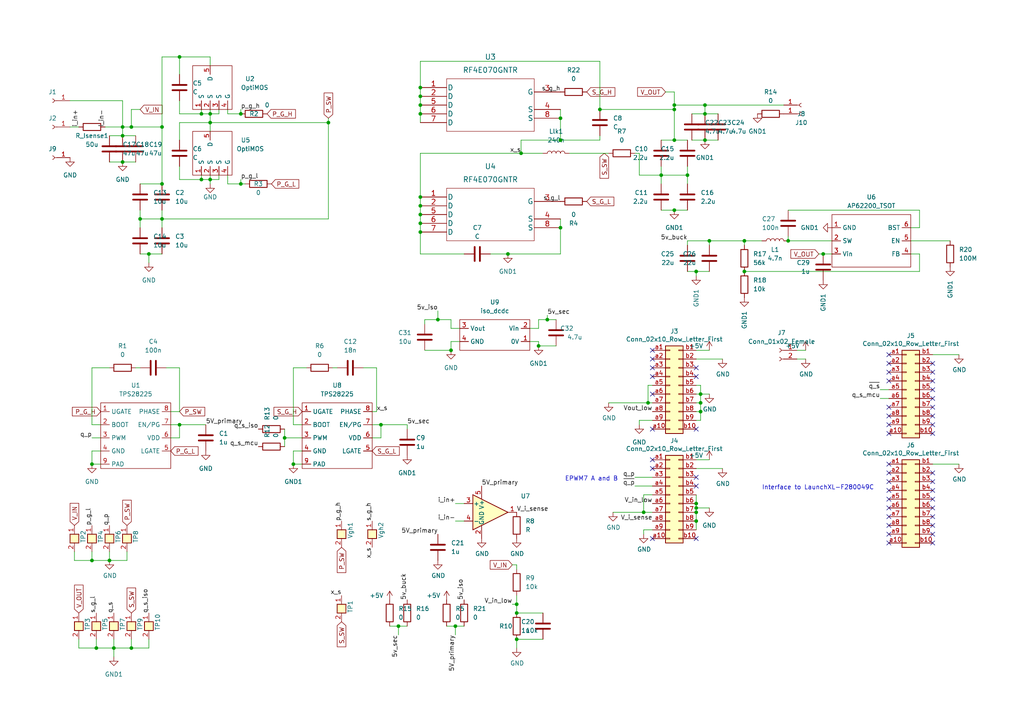
<source format=kicad_sch>
(kicad_sch (version 20211123) (generator eeschema)
  (paper "A4")
  (junction (at 121.92 62.23))
  (junction (at 35.56 36.83))
  (junction (at 95.25 35.56))
  (junction (at 35.56 46.99))
  (junction (at 158.75 92.71))
  (junction (at 121.92 25.4))
  (junction (at 38.1 36.83))
  (junction (at 149.86 175.26))
  (junction (at 201.93 148.59))
  (junction (at 201.93 78.74))
  (junction (at 52.07 123.19))
  (junction (at 121.92 27.94))
  (junction (at 60.96 33.02))
  (junction (at 60.96 52.07))
  (junction (at 199.39 50.8))
  (junction (at 130.81 101.6))
  (junction (at 205.74 69.85))
  (junction (at 121.92 67.31))
  (junction (at 121.92 57.15))
  (junction (at 58.42 33.02))
  (junction (at 43.18 73.66))
  (junction (at 38.1 187.96))
  (junction (at 121.92 64.77))
  (junction (at 201.93 146.05))
  (junction (at 46.99 53.34))
  (junction (at 33.02 187.96))
  (junction (at 132.08 181.61))
  (junction (at 195.58 60.96))
  (junction (at 121.92 59.69))
  (junction (at 127 92.71))
  (junction (at 40.64 63.5))
  (junction (at 35.56 39.37))
  (junction (at 121.92 33.02))
  (junction (at 215.9 69.85))
  (junction (at 162.56 34.29))
  (junction (at 58.42 52.07))
  (junction (at 204.47 30.48))
  (junction (at 69.85 33.02))
  (junction (at 151.13 44.45))
  (junction (at 27.94 187.96))
  (junction (at 149.86 177.8))
  (junction (at 215.9 78.74))
  (junction (at 201.93 151.13))
  (junction (at 26.67 162.56))
  (junction (at 195.58 31.75))
  (junction (at 203.2 116.84))
  (junction (at 85.09 134.62))
  (junction (at 82.55 127))
  (junction (at 162.56 40.64))
  (junction (at 52.07 16.51))
  (junction (at 147.32 73.66))
  (junction (at 195.58 40.64))
  (junction (at 60.96 35.56))
  (junction (at 149.86 185.42))
  (junction (at 115.57 181.61))
  (junction (at 204.47 40.64))
  (junction (at 187.96 116.84))
  (junction (at 121.92 30.48))
  (junction (at 203.2 114.3))
  (junction (at 173.99 31.75))
  (junction (at 238.76 73.66))
  (junction (at 191.77 50.8))
  (junction (at 186.69 148.59))
  (junction (at 110.49 123.19))
  (junction (at 31.75 162.56))
  (junction (at 156.21 100.33))
  (junction (at 162.56 66.04))
  (junction (at 204.47 33.02))
  (junction (at 26.67 134.62))
  (junction (at 46.99 63.5))
  (junction (at 46.99 36.83))
  (junction (at 228.6 69.85))
  (junction (at 69.85 53.34))
  (junction (at 195.58 30.48))
  (junction (at 201.93 147.32))
  (junction (at 203.2 119.38))
  (no_connect (at 257.81 134.62))
  (no_connect (at 270.51 149.86))
  (no_connect (at 189.23 156.21))
  (no_connect (at 257.81 149.86))
  (no_connect (at 270.51 152.4))
  (no_connect (at 270.51 107.95))
  (no_connect (at 270.51 120.65))
  (no_connect (at 257.81 139.7))
  (no_connect (at 201.93 138.43))
  (no_connect (at 270.51 118.11))
  (no_connect (at 257.81 157.48))
  (no_connect (at 189.23 114.3))
  (no_connect (at 270.51 142.24))
  (no_connect (at 270.51 110.49))
  (no_connect (at 270.51 125.73))
  (no_connect (at 189.23 135.89))
  (no_connect (at 270.51 144.78))
  (no_connect (at 189.23 106.68))
  (no_connect (at 257.81 147.32))
  (no_connect (at 257.81 110.49))
  (no_connect (at 270.51 123.19))
  (no_connect (at 257.81 154.94))
  (no_connect (at 270.51 154.94))
  (no_connect (at 270.51 113.03))
  (no_connect (at 257.81 152.4))
  (no_connect (at 189.23 133.35))
  (no_connect (at 189.23 109.22))
  (no_connect (at 201.93 109.22))
  (no_connect (at 201.93 156.21))
  (no_connect (at 257.81 125.73))
  (no_connect (at 257.81 107.95))
  (no_connect (at 201.93 140.97))
  (no_connect (at 257.81 118.11))
  (no_connect (at 270.51 147.32))
  (no_connect (at 270.51 105.41))
  (no_connect (at 270.51 137.16))
  (no_connect (at 189.23 104.14))
  (no_connect (at 257.81 144.78))
  (no_connect (at 189.23 124.46))
  (no_connect (at 257.81 123.19))
  (no_connect (at 257.81 120.65))
  (no_connect (at 270.51 139.7))
  (no_connect (at 270.51 115.57))
  (no_connect (at 257.81 142.24))
  (no_connect (at 201.93 124.46))
  (no_connect (at 257.81 105.41))
  (no_connect (at 189.23 101.6))
  (no_connect (at 270.51 157.48))
  (no_connect (at 201.93 106.68))
  (no_connect (at 257.81 102.87))
  (no_connect (at 257.81 137.16))
  (wire (pts (xy 87.63 123.19) (xy 85.09 123.19)))
  (wire (pts (xy 270.51 134.62) (xy 278.13 134.62)))
  (wire (pts (xy 38.1 36.83) (xy 46.99 36.83)))
  (wire (pts (xy 40.64 31.75) (xy 38.1 31.75)))
  (wire (pts (xy 31.75 39.37) (xy 35.56 39.37)))
  (wire (pts (xy 46.99 63.5) (xy 46.99 66.04)))
  (wire (pts (xy 215.9 78.74) (xy 266.7 78.74)))
  (wire (pts (xy 26.67 106.68) (xy 26.67 123.19)))
  (wire (pts (xy 38.1 31.75) (xy 38.1 36.83)))
  (wire (pts (xy 158.75 91.44) (xy 158.75 92.71)))
  (wire (pts (xy 177.8 148.59) (xy 186.69 148.59)))
  (wire (pts (xy 121.92 33.02) (xy 121.92 35.56)))
  (wire (pts (xy 29.21 130.81) (xy 26.67 130.81)))
  (wire (pts (xy 132.08 181.61) (xy 134.62 181.61)))
  (wire (pts (xy 264.16 69.85) (xy 275.59 69.85)))
  (wire (pts (xy 132.08 146.05) (xy 134.62 146.05)))
  (wire (pts (xy 185.42 121.92) (xy 189.23 121.92)))
  (wire (pts (xy 187.96 111.76) (xy 187.96 116.84)))
  (wire (pts (xy 60.96 52.07) (xy 63.5 52.07)))
  (wire (pts (xy 26.67 134.62) (xy 29.21 134.62)))
  (wire (pts (xy 69.85 33.02) (xy 66.04 33.02)))
  (wire (pts (xy 184.15 138.43) (xy 189.23 138.43)))
  (wire (pts (xy 205.74 69.85) (xy 205.74 71.12)))
  (wire (pts (xy 66.04 53.34) (xy 69.85 53.34)))
  (wire (pts (xy 49.53 119.38) (xy 52.07 119.38)))
  (wire (pts (xy 52.07 123.19) (xy 52.07 127)))
  (wire (pts (xy 58.42 50.8) (xy 58.42 52.07)))
  (wire (pts (xy 40.64 60.96) (xy 40.64 63.5)))
  (wire (pts (xy 149.86 185.42) (xy 149.86 187.96)))
  (wire (pts (xy 204.47 33.02) (xy 208.28 33.02)))
  (wire (pts (xy 52.07 29.21) (xy 52.07 33.02)))
  (wire (pts (xy 82.55 127) (xy 87.63 127)))
  (wire (pts (xy 36.83 160.02) (xy 36.83 162.56)))
  (wire (pts (xy 46.99 16.51) (xy 46.99 36.83)))
  (wire (pts (xy 199.39 69.85) (xy 199.39 71.12)))
  (wire (pts (xy 195.58 26.67) (xy 195.58 30.48)))
  (wire (pts (xy 121.92 64.77) (xy 121.92 67.31)))
  (wire (pts (xy 52.07 33.02) (xy 58.42 33.02)))
  (wire (pts (xy 148.59 163.83) (xy 149.86 163.83)))
  (wire (pts (xy 60.96 16.51) (xy 60.96 19.05)))
  (wire (pts (xy 52.07 123.19) (xy 59.69 123.19)))
  (wire (pts (xy 241.3 69.85) (xy 228.6 69.85)))
  (wire (pts (xy 22.86 187.96) (xy 27.94 187.96)))
  (wire (pts (xy 191.77 60.96) (xy 195.58 60.96)))
  (wire (pts (xy 158.75 92.71) (xy 156.21 92.71)))
  (wire (pts (xy 191.77 50.8) (xy 191.77 53.34)))
  (wire (pts (xy 134.62 73.66) (xy 121.92 73.66)))
  (wire (pts (xy 52.07 106.68) (xy 52.07 119.38)))
  (wire (pts (xy 191.77 50.8) (xy 199.39 50.8)))
  (wire (pts (xy 153.67 99.06) (xy 156.21 99.06)))
  (wire (pts (xy 40.64 53.34) (xy 46.99 53.34)))
  (wire (pts (xy 26.67 127) (xy 29.21 127)))
  (wire (pts (xy 189.23 111.76) (xy 187.96 111.76)))
  (wire (pts (xy 82.55 127) (xy 82.55 129.54)))
  (wire (pts (xy 87.63 130.81) (xy 85.09 130.81)))
  (wire (pts (xy 156.21 100.33) (xy 156.21 99.06)))
  (wire (pts (xy 85.09 130.81) (xy 85.09 134.62)))
  (wire (pts (xy 40.64 73.66) (xy 43.18 73.66)))
  (wire (pts (xy 107.95 123.19) (xy 110.49 123.19)))
  (wire (pts (xy 66.04 50.8) (xy 66.04 53.34)))
  (wire (pts (xy 20.32 36.83) (xy 22.86 36.83)))
  (wire (pts (xy 46.99 36.83) (xy 46.99 53.34)))
  (wire (pts (xy 201.93 104.14) (xy 209.55 104.14)))
  (wire (pts (xy 151.13 40.64) (xy 162.56 40.64)))
  (wire (pts (xy 30.48 36.83) (xy 35.56 36.83)))
  (wire (pts (xy 121.92 44.45) (xy 121.92 57.15)))
  (wire (pts (xy 195.58 30.48) (xy 195.58 31.75)))
  (wire (pts (xy 173.99 17.78) (xy 173.99 31.75)))
  (wire (pts (xy 231.14 101.6) (xy 233.68 101.6)))
  (wire (pts (xy 20.32 29.21) (xy 35.56 29.21)))
  (wire (pts (xy 33.02 185.42) (xy 33.02 187.96)))
  (wire (pts (xy 31.75 106.68) (xy 26.67 106.68)))
  (wire (pts (xy 173.99 39.37) (xy 173.99 40.64)))
  (wire (pts (xy 186.69 148.59) (xy 189.23 148.59)))
  (wire (pts (xy 237.49 73.66) (xy 238.76 73.66)))
  (wire (pts (xy 162.56 31.75) (xy 162.56 34.29)))
  (wire (pts (xy 255.27 113.03) (xy 257.81 113.03)))
  (wire (pts (xy 173.99 31.75) (xy 195.58 31.75)))
  (wire (pts (xy 46.99 63.5) (xy 95.25 63.5)))
  (wire (pts (xy 199.39 48.26) (xy 199.39 50.8)))
  (wire (pts (xy 118.11 123.19) (xy 118.11 124.46)))
  (wire (pts (xy 130.81 99.06) (xy 130.81 101.6)))
  (wire (pts (xy 85.09 134.62) (xy 87.63 134.62)))
  (wire (pts (xy 201.93 148.59) (xy 201.93 151.13)))
  (wire (pts (xy 26.67 160.02) (xy 26.67 162.56)))
  (wire (pts (xy 203.2 116.84) (xy 203.2 114.3)))
  (wire (pts (xy 69.85 31.75) (xy 69.85 33.02)))
  (wire (pts (xy 121.92 62.23) (xy 121.92 64.77)))
  (wire (pts (xy 189.23 143.51) (xy 186.69 143.51)))
  (wire (pts (xy 203.2 111.76) (xy 203.2 114.3)))
  (wire (pts (xy 205.74 133.35) (xy 201.93 133.35)))
  (wire (pts (xy 149.86 175.26) (xy 149.86 177.8)))
  (wire (pts (xy 203.2 114.3) (xy 205.74 114.3)))
  (wire (pts (xy 185.42 123.19) (xy 185.42 121.92)))
  (wire (pts (xy 201.93 114.3) (xy 203.2 114.3)))
  (wire (pts (xy 60.96 35.56) (xy 95.25 35.56)))
  (wire (pts (xy 130.81 95.25) (xy 133.35 95.25)))
  (wire (pts (xy 69.85 53.34) (xy 69.85 52.07)))
  (wire (pts (xy 266.7 73.66) (xy 264.16 73.66)))
  (wire (pts (xy 193.04 26.67) (xy 195.58 26.67)))
  (wire (pts (xy 195.58 60.96) (xy 199.39 60.96)))
  (wire (pts (xy 215.9 69.85) (xy 215.9 71.12)))
  (wire (pts (xy 184.15 140.97) (xy 189.23 140.97)))
  (wire (pts (xy 52.07 35.56) (xy 60.96 35.56)))
  (wire (pts (xy 121.92 30.48) (xy 121.92 33.02)))
  (wire (pts (xy 69.85 53.34) (xy 71.12 53.34)))
  (wire (pts (xy 201.93 111.76) (xy 203.2 111.76)))
  (wire (pts (xy 132.08 184.15) (xy 132.08 181.61)))
  (wire (pts (xy 153.67 95.25) (xy 156.21 95.25)))
  (wire (pts (xy 109.22 106.68) (xy 109.22 119.38)))
  (wire (pts (xy 110.49 127) (xy 110.49 123.19)))
  (wire (pts (xy 35.56 29.21) (xy 35.56 36.83)))
  (wire (pts (xy 191.77 50.8) (xy 191.77 48.26)))
  (wire (pts (xy 95.25 35.56) (xy 95.25 63.5)))
  (wire (pts (xy 35.56 36.83) (xy 38.1 36.83)))
  (wire (pts (xy 33.02 187.96) (xy 33.02 190.5)))
  (wire (pts (xy 201.93 116.84) (xy 203.2 116.84)))
  (wire (pts (xy 52.07 52.07) (xy 58.42 52.07)))
  (wire (pts (xy 46.99 16.51) (xy 52.07 16.51)))
  (wire (pts (xy 201.93 147.32) (xy 201.93 148.59)))
  (wire (pts (xy 151.13 40.64) (xy 151.13 44.45)))
  (wire (pts (xy 130.81 95.25) (xy 130.81 92.71)))
  (wire (pts (xy 195.58 31.75) (xy 195.58 40.64)))
  (wire (pts (xy 121.92 59.69) (xy 121.92 62.23)))
  (wire (pts (xy 165.1 44.45) (xy 176.53 44.45)))
  (wire (pts (xy 151.13 44.45) (xy 157.48 44.45)))
  (wire (pts (xy 33.02 187.96) (xy 38.1 187.96)))
  (wire (pts (xy 21.59 162.56) (xy 26.67 162.56)))
  (wire (pts (xy 201.93 78.74) (xy 205.74 78.74)))
  (wire (pts (xy 162.56 73.66) (xy 162.56 66.04)))
  (wire (pts (xy 95.25 34.29) (xy 95.25 35.56)))
  (wire (pts (xy 31.75 160.02) (xy 31.75 162.56)))
  (wire (pts (xy 162.56 34.29) (xy 162.56 40.64)))
  (wire (pts (xy 201.93 143.51) (xy 201.93 146.05)))
  (wire (pts (xy 35.56 36.83) (xy 35.56 39.37)))
  (wire (pts (xy 121.92 25.4) (xy 121.92 27.94)))
  (wire (pts (xy 38.1 185.42) (xy 38.1 187.96)))
  (wire (pts (xy 40.64 63.5) (xy 40.64 66.04)))
  (wire (pts (xy 63.5 31.75) (xy 63.5 33.02)))
  (wire (pts (xy 85.09 106.68) (xy 85.09 123.19)))
  (wire (pts (xy 186.69 153.67) (xy 186.69 154.94)))
  (wire (pts (xy 27.94 185.42) (xy 27.94 187.96)))
  (wire (pts (xy 31.75 162.56) (xy 36.83 162.56)))
  (wire (pts (xy 195.58 40.64) (xy 199.39 40.64)))
  (wire (pts (xy 157.48 185.42) (xy 149.86 185.42)))
  (wire (pts (xy 228.6 60.96) (xy 266.7 60.96)))
  (wire (pts (xy 39.37 106.68) (xy 40.64 106.68)))
  (wire (pts (xy 203.2 121.92) (xy 203.2 119.38)))
  (wire (pts (xy 266.7 60.96) (xy 266.7 66.04)))
  (wire (pts (xy 127 92.71) (xy 130.81 92.71)))
  (wire (pts (xy 121.92 57.15) (xy 121.92 59.69)))
  (wire (pts (xy 60.96 50.8) (xy 60.96 52.07)))
  (wire (pts (xy 195.58 30.48) (xy 204.47 30.48)))
  (wire (pts (xy 205.74 69.85) (xy 199.39 69.85)))
  (wire (pts (xy 31.75 46.99) (xy 35.56 46.99)))
  (wire (pts (xy 205.74 147.32) (xy 201.93 147.32)))
  (wire (pts (xy 201.93 135.89) (xy 209.55 135.89)))
  (wire (pts (xy 58.42 31.75) (xy 58.42 33.02)))
  (wire (pts (xy 187.96 116.84) (xy 189.23 116.84)))
  (wire (pts (xy 151.13 44.45) (xy 121.92 44.45)))
  (wire (pts (xy 266.7 78.74) (xy 266.7 73.66)))
  (wire (pts (xy 113.03 181.61) (xy 115.57 181.61)))
  (wire (pts (xy 27.94 187.96) (xy 33.02 187.96)))
  (wire (pts (xy 58.42 52.07) (xy 60.96 52.07)))
  (wire (pts (xy 201.93 78.74) (xy 199.39 78.74)))
  (wire (pts (xy 149.86 177.8) (xy 157.48 177.8)))
  (wire (pts (xy 43.18 185.42) (xy 43.18 187.96)))
  (wire (pts (xy 60.96 33.02) (xy 60.96 35.56)))
  (wire (pts (xy 46.99 63.5) (xy 46.99 60.96)))
  (wire (pts (xy 26.67 162.56) (xy 31.75 162.56)))
  (wire (pts (xy 82.55 124.46) (xy 82.55 127)))
  (wire (pts (xy 60.96 31.75) (xy 60.96 33.02)))
  (wire (pts (xy 52.07 35.56) (xy 52.07 40.64)))
  (wire (pts (xy 21.59 160.02) (xy 21.59 162.56)))
  (wire (pts (xy 199.39 53.34) (xy 199.39 50.8)))
  (wire (pts (xy 35.56 39.37) (xy 39.37 39.37)))
  (wire (pts (xy 238.76 73.66) (xy 241.3 73.66)))
  (wire (pts (xy 38.1 187.96) (xy 43.18 187.96)))
  (wire (pts (xy 186.69 143.51) (xy 186.69 148.59)))
  (wire (pts (xy 60.96 52.07) (xy 60.96 53.34)))
  (wire (pts (xy 121.92 27.94) (xy 121.92 30.48)))
  (wire (pts (xy 149.86 172.72) (xy 149.86 175.26)))
  (wire (pts (xy 142.24 73.66) (xy 147.32 73.66)))
  (wire (pts (xy 40.64 63.5) (xy 46.99 63.5)))
  (wire (pts (xy 201.93 151.13) (xy 201.93 153.67)))
  (wire (pts (xy 184.15 44.45) (xy 185.42 44.45)))
  (wire (pts (xy 231.14 104.14) (xy 233.68 104.14)))
  (wire (pts (xy 266.7 66.04) (xy 264.16 66.04)))
  (wire (pts (xy 203.2 119.38) (xy 203.2 116.84)))
  (wire (pts (xy 201.93 101.6) (xy 205.74 101.6)))
  (wire (pts (xy 123.19 101.6) (xy 130.81 101.6)))
  (wire (pts (xy 121.92 25.4) (xy 121.92 17.78)))
  (wire (pts (xy 270.51 102.87) (xy 278.13 102.87)))
  (wire (pts (xy 22.86 185.42) (xy 22.86 187.96)))
  (wire (pts (xy 161.29 92.71) (xy 158.75 92.71)))
  (wire (pts (xy 228.6 69.85) (xy 228.6 68.58)))
  (wire (pts (xy 147.32 73.66) (xy 162.56 73.66)))
  (wire (pts (xy 49.53 123.19) (xy 52.07 123.19)))
  (wire (pts (xy 63.5 50.8) (xy 63.5 52.07)))
  (wire (pts (xy 110.49 123.19) (xy 118.11 123.19)))
  (wire (pts (xy 132.08 151.13) (xy 134.62 151.13)))
  (wire (pts (xy 35.56 46.99) (xy 39.37 46.99)))
  (wire (pts (xy 185.42 50.8) (xy 185.42 44.45)))
  (wire (pts (xy 49.53 127) (xy 52.07 127)))
  (wire (pts (xy 191.77 40.64) (xy 195.58 40.64)))
  (wire (pts (xy 107.95 119.38) (xy 109.22 119.38)))
  (wire (pts (xy 43.18 73.66) (xy 43.18 76.2)))
  (wire (pts (xy 115.57 184.15) (xy 115.57 181.61)))
  (wire (pts (xy 52.07 16.51) (xy 60.96 16.51)))
  (wire (pts (xy 88.9 106.68) (xy 85.09 106.68)))
  (wire (pts (xy 48.26 106.68) (xy 52.07 106.68)))
  (wire (pts (xy 26.67 123.19) (xy 29.21 123.19)))
  (wire (pts (xy 105.41 106.68) (xy 109.22 106.68)))
  (wire (pts (xy 127 92.71) (xy 123.19 92.71)))
  (wire (pts (xy 220.98 69.85) (xy 215.9 69.85)))
  (wire (pts (xy 26.67 130.81) (xy 26.67 134.62)))
  (wire (pts (xy 204.47 30.48) (xy 204.47 33.02)))
  (wire (pts (xy 156.21 100.33) (xy 161.29 100.33)))
  (wire (pts (xy 148.59 175.26) (xy 149.86 175.26)))
  (wire (pts (xy 204.47 30.48) (xy 227.33 30.48)))
  (wire (pts (xy 121.92 67.31) (xy 121.92 73.66)))
  (wire (pts (xy 189.23 153.67) (xy 186.69 153.67)))
  (wire (pts (xy 58.42 33.02) (xy 60.96 33.02)))
  (wire (pts (xy 200.66 33.02) (xy 204.47 33.02)))
  (wire (pts (xy 60.96 33.02) (xy 63.5 33.02)))
  (wire (pts (xy 201.93 146.05) (xy 201.93 147.32)))
  (wire (pts (xy 255.27 115.57) (xy 257.81 115.57)))
  (wire (pts (xy 96.52 106.68) (xy 97.79 106.68)))
  (wire (pts (xy 130.81 99.06) (xy 133.35 99.06)))
  (wire (pts (xy 43.18 73.66) (xy 46.99 73.66)))
  (wire (pts (xy 162.56 40.64) (xy 173.99 40.64)))
  (wire (pts (xy 123.19 92.71) (xy 123.19 93.98)))
  (wire (pts (xy 201.93 121.92) (xy 203.2 121.92)))
  (wire (pts (xy 129.54 181.61) (xy 132.08 181.61)))
  (wire (pts (xy 149.86 163.83) (xy 149.86 165.1)))
  (wire (pts (xy 162.56 63.5) (xy 162.56 66.04)))
  (wire (pts (xy 66.04 33.02) (xy 66.04 31.75)))
  (wire (pts (xy 176.53 116.84) (xy 187.96 116.84)))
  (wire (pts (xy 201.93 80.01) (xy 201.93 78.74)))
  (wire (pts (xy 200.66 40.64) (xy 204.47 40.64)))
  (wire (pts (xy 107.95 127) (xy 110.49 127)))
  (wire (pts (xy 215.9 69.85) (xy 205.74 69.85)))
  (wire (pts (xy 115.57 181.61) (xy 118.11 181.61)))
  (wire (pts (xy 121.92 17.78) (xy 173.99 17.78)))
  (wire (pts (xy 201.93 119.38) (xy 203.2 119.38)))
  (wire (pts (xy 52.07 48.26) (xy 52.07 52.07)))
  (wire (pts (xy 52.07 16.51) (xy 52.07 21.59)))
  (wire (pts (xy 191.77 50.8) (xy 185.42 50.8)))
  (wire (pts (xy 156.21 92.71) (xy 156.21 95.25)))
  (wire (pts (xy 127 90.17) (xy 127 92.71)))
  (wire (pts (xy 60.96 35.56) (xy 60.96 38.1)))
  (wire (pts (xy 204.47 40.64) (xy 208.28 40.64)))
  (text "Interface to LaunchXL-F280049C" (at 220.98 142.24 0) (effects (font (size 1.27 1.27)) (justify left bottom)))
  (text "EPWM7 A and B" (at 163.83 139.7 0) (effects (font (size 1.27 1.27)) (justify left bottom)))
  (text "Launch Schematic  https://www.ti.com/lit/df/sprr423/sprr423.pdf?ts=1609898037175\nDatasheet for PZ part:  https://www.ti.com/lit/ds/symlink/tms320f280049c.pdf?ts=1609900315279&ref_url=https%253A%252F%252Fwww.ti.com%252Fproduct%252FTMS320F280049C" (at 306.07 118.11 0) (effects (font (size 1.27 1.27)) (justify left bottom)))
  (text "EPWM1_A     Pin 79       GPIO0    J8_40\nEPWM1_B     Pin 78       GPIO1    J8_39\nEPWM2_A     Pin 77        GPIO2    J8_36\nEPWM2_B     Pin 76        GPIO3    J8_35\nEPWM3_A     Pin 75        GPIO4    J4_36\nEPWM3_B     Pin 89        GPIO5    J4_35\nEPWM4_A     Pin 97        GPIO6    J8_38\nEPWM4_B     Pin 84        GPIO7    J8_37\nEPWM5_A     Pin 74,54     GPIO8,16    J4_38,J2_15\nEPWM5_B     Pin 90,55     GPIO9,17    J4_37,J2_14\nEPWM6_A     Pin 93,68     GPIO10,18    J4_40,J4_32\nEPWM6_B     Pin 52           GPIO11    J4_39\nEPWM7_A     Pin 51,1     GPIO12,28    J6_11,J5_3\nEPWM7_B     Pin 50,100     GPIO13,29    J1_3,J5_4\nEPWM8_A     Pin 96,56     GPIO14,24    J8_32,J6_15\nEPWM8_B     Pin 95,64     GPIO15,32    J8_33,J8_31" (at 307.34 153.67 0) (effects (font (size 1.27 1.27)) (justify left bottom)))
  (label "V_in_low" (at 148.59 175.26 180))
  (label "V_in_low" (at 189.23 146.05 180))
  (label "s_g_h" (at 162.56 26.67 180))
  (label "q_s_iso" (at 43.18 177.8 90))
  (label "i_in-" (at 132.08 151.13 180))
  (label "5V_primary" (at 127 154.94 180))
  (label "q_p" (at 26.67 127 180))
  (label "x_s" (at 99.06 172.72 180))
  (label "q_s" (at 33.02 177.8 90))
  (label "5v_sec" (at 115.57 184.15 270))
  (label "~{q_p}" (at 184.15 140.97 180))
  (label "s_g_l" (at 27.94 177.8 90))
  (label "5v_iso" (at 134.62 173.99 90))
  (label "5V_primary" (at 59.69 123.19 0))
  (label "q_s_mcu" (at 74.93 129.54 180))
  (label "i_in-" (at 30.48 36.83 90))
  (label "5v_buck" (at 118.11 173.99 90))
  (label "i_in+" (at 132.08 146.05 180))
  (label "s_g_h" (at 107.95 151.13 90))
  (label "q_p" (at 184.15 138.43 180))
  (label "5v_iso" (at 127 90.17 180))
  (label "x_s" (at 107.95 158.75 270))
  (label "p_g_h" (at 69.85 31.75 0))
  (label "5v_sec" (at 158.75 91.44 0))
  (label "s_g_l" (at 162.56 58.42 180))
  (label "q_p" (at 31.75 152.4 90))
  (label "q_s_iso" (at 74.93 124.46 180))
  (label "Vout_low" (at 189.23 119.38 180))
  (label "5V_primary" (at 139.7 140.97 0))
  (label "x_s" (at 151.13 44.45 180))
  (label "x_s" (at 109.22 119.38 0))
  (label "q_s_mcu" (at 255.27 115.57 180))
  (label "V_i_sense" (at 149.86 148.59 0))
  (label "5v_buck" (at 199.39 69.85 180))
  (label "V_i_sense" (at 189.23 151.13 180))
  (label "5v_sec" (at 118.11 123.19 0))
  (label "5V_primary" (at 132.08 184.15 270))
  (label "p_g_l" (at 26.67 152.4 90))
  (label "p_g_h" (at 99.06 151.13 90))
  (label "i_in+" (at 22.86 36.83 90))
  (label "~{q_s}" (at 255.27 113.03 180))
  (label "p_g_l" (at 69.85 52.07 0))
  (global_label "P_SW" (shape input) (at 95.25 34.29 90) (property "Intersheet References" "${INTERSHEET_REFS}" (effects hide)))
  (global_label "V_IN" (shape input) (at 21.59 152.4 90) (property "Intersheet References" "${INTERSHEET_REFS}" (effects hide)))
  (global_label "S_SW" (shape input) (at 175.26 44.45 270) (property "Intersheet References" "${INTERSHEET_REFS}" (effects hide)))
  (global_label "S_G_L" (shape input) (at 107.95 130.81 0) (property "Intersheet References" "${INTERSHEET_REFS}" (effects hide)))
  (global_label "P_SW" (shape input) (at 99.06 158.75 270) (property "Intersheet References" "${INTERSHEET_REFS}" (effects hide)))
  (global_label "S_G_H" (shape input) (at 170.18 26.67 0) (property "Intersheet References" "${INTERSHEET_REFS}" (effects hide)))
  (global_label "S_G_H" (shape input) (at 87.63 119.38 180) (property "Intersheet References" "${INTERSHEET_REFS}" (effects hide)))
  (global_label "P_G_H" (shape input) (at 29.21 119.38 180) (property "Intersheet References" "${INTERSHEET_REFS}" (effects hide)))
  (global_label "V_IN" (shape input) (at 148.59 163.83 180) (property "Intersheet References" "${INTERSHEET_REFS}" (effects hide)))
  (global_label "V_OUT" (shape input) (at 22.86 177.8 90) (property "Intersheet References" "${INTERSHEET_REFS}" (effects hide)))
  (global_label "P_G_H" (shape input) (at 77.47 33.02 0) (property "Intersheet References" "${INTERSHEET_REFS}" (effects hide)))
  (global_label "S_SW" (shape input) (at 38.1 177.8 90) (property "Intersheet References" "${INTERSHEET_REFS}" (effects hide)))
  (global_label "P_G_L" (shape input) (at 78.74 53.34 0) (property "Intersheet References" "${INTERSHEET_REFS}" (effects hide)))
  (global_label "P_SW" (shape input) (at 52.07 119.38 0) (property "Intersheet References" "${INTERSHEET_REFS}" (effects hide)))
  (global_label "S_G_L" (shape input) (at 170.18 58.42 0) (property "Intersheet References" "${INTERSHEET_REFS}" (effects hide)))
  (global_label "P_SW" (shape input) (at 36.83 152.4 90) (property "Intersheet References" "${INTERSHEET_REFS}" (effects hide)))
  (global_label "V_OUT" (shape input) (at 237.49 73.66 180) (property "Intersheet References" "${INTERSHEET_REFS}" (effects hide)))
  (global_label "P_G_L" (shape input) (at 49.53 130.81 0) (property "Intersheet References" "${INTERSHEET_REFS}" (effects hide)))
  (global_label "S_SW" (shape input) (at 99.06 180.34 270) (property "Intersheet References" "${INTERSHEET_REFS}" (effects hide)))
  (global_label "V_OUT" (shape input) (at 193.04 26.67 180) (property "Intersheet References" "${INTERSHEET_REFS}" (effects hide)))
  (global_label "V_IN" (shape input) (at 40.64 31.75 0) (property "Intersheet References" "${INTERSHEET_REFS}" (effects hide)))
  (symbol (lib_id "Device:C") (at 199.39 44.45 0) (mirror y) (unit 1)
    (property "Reference" "C15" (at 195.58 43.1799 0) (effects (justify left)))
    (property "Value" "2.2u" (at 195.58 45.7199 0) (effects (justify left)))
    (property "Footprint" "Capacitor_SMD:C_0603_1608Metric" (effects hide))
  )
  (symbol (lib_id "Device:C") (at 205.74 74.93 0) (mirror y) (unit 1)
    (property "Reference" "C26" (at 201.93 73.6599 0) (effects (justify left)))
    (property "Value" "22u" (at 201.93 76.1999 0) (effects (justify left)))
    (property "Footprint" "Capacitor_SMD:C_0603_1608Metric" (effects hide))
  )
  (symbol (lib_id "power:GND1") (at 195.58 60.96 0) (unit 1)
    (property "Reference" "#PWR0111" (effects hide))
    (property "Value" "GND1" (at 195.58 66.04 0))
  )
  (symbol (lib_id "Connector:Conn_01x01_Female") (at 15.24 36.83 180) (unit 1)
    (property "Reference" "J2" (at 15.24 34.29 0))
    (property "Value" "Conn_01x01_Female" (effects hide))
    (property "Footprint" "DAHB Parts:deltronconnector" (effects hide))
  )
  (symbol (lib_id "power:GND") (at 209.55 135.89 0) (unit 1)
    (property "Reference" "#PWR0116" (effects hide))
    (property "Value" "GND" (at 209.677 140.2842 0))
  )
  (symbol (lib_id "power:GND") (at 186.69 154.94 0) (unit 1)
    (property "Reference" "#PWR0136" (effects hide))
    (property "Value" "GND" (at 186.817 159.3342 0))
  )
  (symbol (lib_id "Device:C") (at 59.69 127 0) (unit 1)
    (property "Reference" "C1" (at 63.5 125.7299 0) (effects (justify left)))
    (property "Value" "1u" (at 63.5 128.2699 0) (effects (justify left)))
    (property "Footprint" "Capacitor_SMD:C_0402_1005Metric" (effects hide))
  )
  (symbol (lib_id "Mike's Symbols:AP62200_TSOT") (at 252.73 71.12 0) (unit 1)
    (property "Reference" "U6" (at 252.73 57.15 0))
    (property "Value" "AP62200_TSOT" (at 252.73 59.69 0))
    (property "Footprint" "Package_TO_SOT_SMD:TSOT-23-6_HandSoldering" (effects hide))
  )
  (symbol (lib_id "Connector:Conn_01x01_Female") (at 15.24 29.21 180) (unit 1)
    (property "Reference" "J1" (at 15.24 26.67 0))
    (property "Value" "Conn_01x01_Female" (effects hide))
    (property "Footprint" "DAHB Parts:deltronconnector" (effects hide))
  )
  (symbol (lib_id "power:+5V") (at 113.03 173.99 0) (unit 1)
    (property "Reference" "#PWR0107" (effects hide))
    (property "Value" "+5V" (at 109.22 172.72 0))
  )
  (symbol (lib_id "power:GND1") (at 201.93 80.01 0) (unit 1)
    (property "Reference" "#PWR0129" (effects hide))
    (property "Value" "GND1" (at 201.93 83.82 90) (effects (justify right)))
  )
  (symbol (lib_id "phase1dab_library:TP_Header") (at 26.67 156.21 0) (unit 1)
    (property "Reference" "TP4" (at 29.21 157.48 90) (effects (justify left)))
    (property "Value" "TP_Header" (effects hide))
    (property "Footprint" "Connector_PinHeader_2.54mm:PinHeader_1x02_P2.54mm_Vertical" (effects hide))
  )
  (symbol (lib_id "Device:C") (at 52.07 25.4 180) (unit 1)
    (property "Reference" "C5" (at 55.88 24.1299 0) (effects (justify right)))
    (property "Value" "C" (at 55.88 26.6699 0) (effects (justify right)))
    (property "Footprint" "Capacitor_SMD:C_0402_1005Metric" (effects hide))
  )
  (symbol (lib_id "Device:R") (at 215.9 74.93 180) (unit 1)
    (property "Reference" "R17" (at 218.44 73.6599 0) (effects (justify right)))
    (property "Value" "56k" (at 218.44 76.1999 0) (effects (justify right)))
    (property "Footprint" "Resistor_SMD:R_0603_1608Metric" (effects hide))
  )
  (symbol (lib_id "Device:C") (at 123.19 97.79 0) (mirror y) (unit 1)
    (property "Reference" "C31" (at 119.38 96.5199 0) (effects (justify left)))
    (property "Value" "10u" (at 119.38 99.0599 0) (effects (justify left)))
    (property "Footprint" "Capacitor_SMD:C_0603_1608Metric" (effects hide))
  )
  (symbol (lib_id "Device:C") (at 199.39 57.15 0) (mirror y) (unit 1)
    (property "Reference" "C16" (at 203.2 55.8799 0) (effects (justify right)))
    (property "Value" "2.2u" (at 203.2 58.4199 0) (effects (justify right)))
    (property "Footprint" "Capacitor_SMD:C_0603_1608Metric" (effects hide))
  )
  (symbol (lib_id "power:GND1") (at 219.71 33.02 0) (unit 1)
    (property "Reference" "#PWR0101" (effects hide))
    (property "Value" "GND1" (at 219.71 38.1 0))
  )
  (symbol (lib_id "Device:C") (at 31.75 43.18 0) (unit 1)
    (property "Reference" "C17" (at 35.56 41.9099 0) (effects (justify left)))
    (property "Value" "47u" (at 35.56 44.4499 0) (effects (justify left)))
    (property "Footprint" "Capacitor_SMD:C_0805_2012Metric" (effects hide))
  )
  (symbol (lib_id "Device:C") (at 52.07 44.45 180) (unit 1)
    (property "Reference" "C6" (at 55.88 43.1799 0) (effects (justify right)))
    (property "Value" "C" (at 55.88 45.7199 0) (effects (justify right)))
    (property "Footprint" "Capacitor_SMD:C_0402_1005Metric" (effects hide))
  )
  (symbol (lib_id "power:GND1") (at 118.11 132.08 0) (unit 1)
    (property "Reference" "#PWR0106" (effects hide))
    (property "Value" "GND1" (at 118.11 137.16 0))
  )
  (symbol (lib_id "Device:C") (at 39.37 43.18 0) (unit 1)
    (property "Reference" "C19" (at 43.18 41.9099 0) (effects (justify left)))
    (property "Value" "47u" (at 43.18 44.4499 0) (effects (justify left)))
    (property "Footprint" "Capacitor_SMD:C_0805_2012Metric" (effects hide))
  )
  (symbol (lib_id "Device:R") (at 92.71 106.68 90) (unit 1)
    (property "Reference" "R6" (at 92.71 100.33 90))
    (property "Value" "0" (at 92.71 102.87 90))
    (property "Footprint" "Resistor_SMD:R_0402_1005Metric" (effects hide))
  )
  (symbol (lib_id "Device:C") (at 200.66 36.83 0) (unit 1)
    (property "Reference" "C22" (at 204.47 35.5599 0) (effects (justify left)))
    (property "Value" "4.7u" (at 204.47 38.0999 0) (effects (justify left)))
    (property "Footprint" "Capacitor_SMD:C_0805_2012Metric" (effects hide))
  )
  (symbol (lib_id "Connector_Generic:Conn_02x10_Row_Letter_First") (at 194.31 111.76 0) (unit 1)
    (property "Reference" "J3" (at 195.58 96.0882 0))
    (property "Value" "Conn_02x10_Row_Letter_First" (at 195.58 98.3996 0))
    (property "Footprint" "DAHB Parts:PinHeader_2x10_P2.54mm_Vertical_LetterNumber" (effects hide))
  )
  (symbol (lib_id "Device:C") (at 228.6 64.77 180) (unit 1)
    (property "Reference" "C27" (at 220.98 63.5 0) (effects (justify right)))
    (property "Value" "100n" (at 220.98 66.04 0) (effects (justify right)))
    (property "Footprint" "Inductor_SMD:L_0603_1608Metric" (effects hide))
  )
  (symbol (lib_id "phase1dab_library:TP_Header") (at 38.1 181.61 0) (unit 1)
    (property "Reference" "TP9" (at 40.64 182.88 90) (effects (justify left)))
    (property "Value" "TP_Header" (effects hide))
    (property "Footprint" "Connector_PinHeader_2.54mm:PinHeader_1x02_P2.54mm_Vertical" (effects hide))
  )
  (symbol (lib_id "Connector_Generic:Conn_02x10_Row_Letter_First") (at 194.31 143.51 0) (unit 1)
    (property "Reference" "J4" (at 195.58 127.8382 0))
    (property "Value" "Conn_02x10_Row_Letter_First" (at 195.58 130.1496 0))
    (property "Footprint" "DAHB Parts:PinHeader_2x10_P2.54mm_Vertical_LetterNumber" (effects hide))
  )
  (symbol (lib_id "Device:L") (at 224.79 69.85 90) (unit 1)
    (property "Reference" "L1" (at 224.79 72.39 90))
    (property "Value" "4.7n" (at 224.79 74.93 90))
    (property "Footprint" "Inductor_SMD:L_0805_2012Metric" (effects hide))
  )
  (symbol (lib_id "Device:C") (at 101.6 106.68 90) (unit 1)
    (property "Reference" "C12" (at 101.6 99.06 90))
    (property "Value" "18n" (at 101.6 101.6 90))
    (property "Footprint" "Capacitor_SMD:C_0402_1005Metric" (effects hide))
  )
  (symbol (lib_id "Device:C") (at 138.43 73.66 270) (mirror x) (unit 1)
    (property "Reference" "C7" (at 138.43 66.04 90))
    (property "Value" "C" (at 138.43 68.58 90))
    (property "Footprint" "Capacitor_SMD:C_0402_1005Metric" (effects hide))
  )
  (symbol (lib_id "Device:R") (at 35.56 106.68 90) (unit 1)
    (property "Reference" "R1" (at 35.56 100.33 90))
    (property "Value" "0" (at 35.56 102.87 90))
    (property "Footprint" "Resistor_SMD:R_0402_1005Metric" (effects hide))
  )
  (symbol (lib_id "Device:R") (at 129.54 177.8 180) (unit 1)
    (property "Reference" "R5" (at 132.08 176.5299 0) (effects (justify right)))
    (property "Value" "0" (at 132.08 179.0699 0) (effects (justify right)))
    (property "Footprint" "Resistor_SMD:R_0603_1608Metric" (effects hide))
  )
  (symbol (lib_id "power:GND") (at 278.13 134.62 0) (unit 1)
    (property "Reference" "#PWR0117" (effects hide))
    (property "Value" "GND" (at 278.257 139.0142 0))
  )
  (symbol (lib_id "Device:C") (at 173.99 35.56 0) (mirror y) (unit 1)
    (property "Reference" "C8" (at 177.8 34.2899 0) (effects (justify right)))
    (property "Value" "C" (at 177.8 36.8299 0) (effects (justify right)))
    (property "Footprint" "Capacitor_SMD:C_0402_1005Metric" (effects hide))
  )
  (symbol (lib_id "Connector_Generic:Conn_02x10_Row_Letter_First") (at 262.89 113.03 0) (unit 1)
    (property "Reference" "J5" (at 264.16 97.3582 0))
    (property "Value" "Conn_02x10_Row_Letter_First" (at 264.16 99.6696 0))
    (property "Footprint" "DAHB Parts:PinHeader_2x10_P2.54mm_Vertical_LetterNumber" (effects hide))
  )
  (symbol (lib_id "Mike's Symbols:TPS28225") (at 39.37 123.19 0) (unit 1)
    (property "Reference" "U1" (at 39.37 111.76 0))
    (property "Value" "TPS28225" (at 39.37 114.3 0))
    (property "Footprint" "Mike's Footprints:Texas_S-PVSON-N8_modified" (effects hide))
  )
  (symbol (lib_id "power:GND1") (at 147.32 73.66 0) (unit 1)
    (property "Reference" "#PWR0112" (effects hide))
    (property "Value" "GND1" (at 147.32 78.74 0))
  )
  (symbol (lib_id "phase1dab_library:TP_Header") (at 36.83 156.21 0) (unit 1)
    (property "Reference" "TP8" (at 39.37 157.48 90) (effects (justify left)))
    (property "Value" "TP_Header" (effects hide))
    (property "Footprint" "Connector_PinHeader_2.54mm:PinHeader_1x02_P2.54mm_Vertical" (effects hide))
  )
  (symbol (lib_id "Device:R") (at 215.9 82.55 180) (unit 1)
    (property "Reference" "R18" (at 218.44 81.2799 0) (effects (justify right)))
    (property "Value" "10k" (at 218.44 83.8199 0) (effects (justify right)))
    (property "Footprint" "Resistor_SMD:R_0603_1608Metric" (effects hide))
  )
  (symbol (lib_id "power:GND1") (at 156.21 100.33 0) (unit 1)
    (property "Reference" "#PWR0108" (effects hide))
    (property "Value" "GND1" (at 156.21 105.41 0))
  )
  (symbol (lib_id "Device:R") (at 149.86 168.91 180) (unit 1)
    (property "Reference" "R9" (at 152.4 167.6399 0) (effects (justify right)))
    (property "Value" "10k" (at 152.4 170.1799 0) (effects (justify right)))
    (property "Footprint" "Resistor_SMD:R_0603_1608Metric" (effects hide))
  )
  (symbol (lib_id "power:GND") (at 185.42 123.19 0) (unit 1)
    (property "Reference" "#PWR0135" (effects hide))
    (property "Value" "GND" (at 185.42 128.27 0))
  )
  (symbol (lib_id "phase1dab_library:TP_Header") (at 21.59 156.21 0) (unit 1)
    (property "Reference" "TP2" (at 24.13 157.48 90) (effects (justify left)))
    (property "Value" "TP_Header" (effects hide))
    (property "Footprint" "Connector_PinHeader_2.54mm:PinHeader_1x02_P2.54mm_Vertical" (effects hide))
  )
  (symbol (lib_id "Device:C") (at 161.29 96.52 0) (mirror y) (unit 1)
    (property "Reference" "C32" (at 166.37 95.25 0) (effects (justify left)))
    (property "Value" "4.7u" (at 168.91 97.79 0) (effects (justify left)))
    (property "Footprint" "Capacitor_SMD:C_0603_1608Metric" (effects hide))
  )
  (symbol (lib_id "power:GND") (at 149.86 156.21 0) (unit 1)
    (property "Reference" "#PWR0126" (effects hide))
    (property "Value" "GND" (at 149.987 160.6042 0))
  )
  (symbol (lib_id "Device:R") (at 180.34 44.45 90) (unit 1)
    (property "Reference" "R7" (at 180.34 38.1 90))
    (property "Value" "0" (at 180.34 40.64 90))
    (property "Footprint" "Resistor_SMD:R_0603_1608Metric" (effects hide))
  )
  (symbol (lib_id "phase1dab_library:TP_Header") (at 99.06 176.53 0) (unit 1)
    (property "Reference" "TP1" (at 101.6 177.8 90) (effects (justify left)))
    (property "Value" "TP_Header" (effects hide))
    (property "Footprint" "Connector_PinHeader_2.54mm:PinHeader_1x02_P2.54mm_Vertical" (effects hide))
  )
  (symbol (lib_id "Device:C") (at 44.45 106.68 90) (unit 1)
    (property "Reference" "C4" (at 44.45 99.06 90))
    (property "Value" "100n" (at 44.45 101.6 90))
    (property "Footprint" "Capacitor_SMD:C_0402_1005Metric" (effects hide))
  )
  (symbol (lib_id "Device:C") (at 40.64 57.15 0) (unit 1)
    (property "Reference" "C13" (at 44.45 55.8799 0) (effects (justify left)))
    (property "Value" "10u" (at 44.45 58.4199 0) (effects (justify left)))
    (property "Footprint" "Capacitor_SMD:C_0603_1608Metric" (effects hide))
  )
  (symbol (lib_id "Device:R") (at 149.86 181.61 180) (unit 1)
    (property "Reference" "R10" (at 144.78 181.61 0) (effects (justify right)))
    (property "Value" "10k" (at 152.4 182.8799 0) (effects (justify right)))
    (property "Footprint" "Resistor_SMD:R_0603_1608Metric" (effects hide))
  )
  (symbol (lib_id "power:GND1") (at 85.09 134.62 0) (unit 1)
    (property "Reference" "#PWR07" (effects hide))
    (property "Value" "GND1" (at 85.09 139.7 0))
  )
  (symbol (lib_id "power:GND1") (at 241.3 66.04 270) (unit 1)
    (property "Reference" "#PWR0132" (effects hide))
    (property "Value" "GND1" (at 237.49 66.04 90) (effects (justify right)))
  )
  (symbol (lib_id "Device:R") (at 74.93 53.34 90) (unit 1)
    (property "Reference" "R3" (at 74.93 53.34 90))
    (property "Value" "0" (at 74.93 55.88 90))
    (property "Footprint" "Resistor_SMD:R_0201_0603Metric" (effects hide))
  )
  (symbol (lib_id "Device:R") (at 149.86 152.4 0) (unit 1)
    (property "Reference" "R8" (at 152.4 151.1299 0) (effects (justify left)))
    (property "Value" "R" (at 152.4 153.6699 0) (effects (justify left)))
    (property "Footprint" "Resistor_SMD:R_0603_1608Metric" (effects hide))
  )
  (symbol (lib_id "power:GND") (at 127 162.56 0) (unit 1)
    (property "Reference" "#PWR0130" (effects hide))
    (property "Value" "GND" (at 127.127 166.9542 0))
  )
  (symbol (lib_id "Mike's Symbols:TPS28225") (at 97.79 123.19 0) (unit 1)
    (property "Reference" "U8" (at 97.79 111.76 0))
    (property "Value" "TPS28225" (at 97.79 114.3 0))
    (property "Footprint" "Mike's Footprints:Texas_S-PVSON-N8_modified" (effects hide))
  )
  (symbol (lib_id "Device:R") (at 166.37 26.67 270) (mirror x) (unit 1)
    (property "Reference" "R22" (at 166.37 20.32 90))
    (property "Value" "0" (at 166.37 22.86 90))
    (property "Footprint" "Resistor_SMD:R_0201_0603Metric" (effects hide))
  )
  (symbol (lib_id "power:GND1") (at 33.02 190.5 0) (unit 1)
    (property "Reference" "#PWR0121" (effects hide))
    (property "Value" "GND1" (at 33.02 195.58 0))
  )
  (symbol (lib_id "power:GND") (at 35.56 46.99 0) (unit 1)
    (property "Reference" "#PWR03" (effects hide))
    (property "Value" "GND" (at 35.56 52.07 0))
  )
  (symbol (lib_id "Device:C") (at 40.64 69.85 0) (unit 1)
    (property "Reference" "C14" (at 44.45 68.5799 0) (effects (justify left)))
    (property "Value" "10u" (at 44.45 71.1199 0) (effects (justify left)))
    (property "Footprint" "Capacitor_SMD:C_0603_1608Metric" (effects hide))
  )
  (symbol (lib_id "Connector:Conn_01x01_Female") (at 232.41 30.48 0) (unit 1)
    (property "Reference" "J8" (at 232.41 33.02 0))
    (property "Value" "Conn_01x01_Female" (effects hide))
    (property "Footprint" "DAHB Parts:deltronconnector" (effects hide))
  )
  (symbol (lib_id "Device:R") (at 275.59 73.66 180) (unit 1)
    (property "Reference" "R20" (at 278.13 72.3899 0) (effects (justify right)))
    (property "Value" "100M" (at 278.13 74.9299 0) (effects (justify right)))
    (property "Footprint" "Resistor_SMD:R_0603_1608Metric" (effects hide))
  )
  (symbol (lib_id "Amplifier_Current:INA138") (at 142.24 148.59 0) (unit 1)
    (property "Reference" "U7" (at 152.4 143.891 0))
    (property "Value" "INA180/139" (effects hide))
    (property "Footprint" "Package_TO_SOT_SMD:SOT-23-5" (effects hide))
    (property "Datasheet" "http://www.ti.com/lit/ds/symlink/ina138.pdf" (effects hide))
  )
  (symbol (lib_id "phase1dab_library:TP_Header") (at 31.75 156.21 0) (unit 1)
    (property "Reference" "TP6" (at 34.29 157.48 90) (effects (justify left)))
    (property "Value" "TP_Header" (effects hide))
    (property "Footprint" "Connector_PinHeader_2.54mm:PinHeader_1x02_P2.54mm_Vertical" (effects hide))
  )
  (symbol (lib_id "phase1dab_library:TP_Header") (at 22.86 181.61 0) (unit 1)
    (property "Reference" "TP3" (at 25.4 182.88 90) (effects (justify left)))
    (property "Value" "TP_Header" (effects hide))
    (property "Footprint" "Connector_PinHeader_2.54mm:PinHeader_1x02_P2.54mm_Vertical" (effects hide))
  )
  (symbol (lib_id "Device:R") (at 134.62 177.8 180) (unit 1)
    (property "Reference" "R21" (at 137.16 176.5299 0) (effects (justify right)))
    (property "Value" "0" (at 137.16 179.0699 0) (effects (justify right)))
    (property "Footprint" "Resistor_SMD:R_0603_1608Metric" (effects hide))
  )
  (symbol (lib_id "Device:C") (at 191.77 57.15 0) (mirror y) (unit 1)
    (property "Reference" "C11" (at 187.96 55.8799 0) (effects (justify left)))
    (property "Value" "2.2u" (at 187.96 58.4199 0) (effects (justify left)))
    (property "Footprint" "Capacitor_SMD:C_0603_1608Metric" (effects hide))
  )
  (symbol (lib_id "Device:R") (at 223.52 33.02 90) (unit 1)
    (property "Reference" "R14" (at 223.52 26.67 90))
    (property "Value" "0" (at 223.52 29.21 90))
    (property "Footprint" "Resistor_SMD:R_0612_1632Metric" (effects hide))
  )
  (symbol (lib_id "power:+5V") (at 205.74 133.35 0) (unit 1)
    (property "Reference" "#PWR0125" (effects hide))
    (property "Value" "+5V" (at 201.93 132.08 0))
  )
  (symbol (lib_id "Device:R") (at 73.66 33.02 270) (unit 1)
    (property "Reference" "R2" (at 73.66 33.02 90))
    (property "Value" "0" (at 77.47 30.48 90))
    (property "Footprint" "Resistor_SMD:R_0201_0603Metric" (effects hide))
  )
  (symbol (lib_id "Device:R") (at 78.74 129.54 270) (unit 1)
    (property "Reference" "R12" (at 77.4699 127 0) (effects (justify right)))
    (property "Value" "0" (at 80.0099 127 0) (effects (justify right)))
    (property "Footprint" "Resistor_SMD:R_0603_1608Metric" (effects hide))
  )
  (symbol (lib_id "phase1dab_library:TP_Header") (at 43.18 181.61 0) (unit 1)
    (property "Reference" "TP10" (at 45.72 182.88 90) (effects (justify left)))
    (property "Value" "TP_Header" (effects hide))
    (property "Footprint" "Connector_PinHeader_2.54mm:PinHeader_1x02_P2.54mm_Vertical" (effects hide))
  )
  (symbol (lib_id "Device:C") (at 204.47 36.83 0) (unit 1)
    (property "Reference" "C23" (at 208.28 35.5599 0) (effects (justify left)))
    (property "Value" "4.7u" (at 208.28 38.0999 0) (effects (justify left)))
    (property "Footprint" "Capacitor_SMD:C_0805_2012Metric" (effects hide))
  )
  (symbol (lib_id "power:+5V") (at 129.54 173.99 0) (unit 1)
    (property "Reference" "#PWR0124" (effects hide))
    (property "Value" "+5V" (at 125.73 172.72 0))
  )
  (symbol (lib_id "power:GND") (at 149.86 187.96 0) (unit 1)
    (property "Reference" "#PWR04" (effects hide))
    (property "Value" "GND" (at 149.987 192.3542 0))
  )
  (symbol (lib_id "Device:C") (at 46.99 69.85 0) (unit 1)
    (property "Reference" "C3" (at 50.8 68.5799 0) (effects (justify left)))
    (property "Value" "10u" (at 50.8 71.1199 0) (effects (justify left)))
    (property "Footprint" "Capacitor_SMD:C_0603_1608Metric" (effects hide))
  )
  (symbol (lib_id "Connector:Conn_01x01_Female") (at 15.24 45.72 180) (unit 1)
    (property "Reference" "J9" (at 15.24 43.18 0))
    (property "Value" "Conn_01x01_Female" (effects hide))
    (property "Footprint" "DAHB Parts:deltronconnector" (effects hide))
  )
  (symbol (lib_id "power:GND1") (at 204.47 40.64 0) (unit 1)
    (property "Reference" "#PWR05" (effects hide))
    (property "Value" "GND1" (at 204.47 45.72 0))
  )
  (symbol (lib_id "power:GND") (at 59.69 130.81 0) (unit 1)
    (property "Reference" "#PWR0103" (effects hide))
    (property "Value" "GND" (at 59.69 135.89 0))
  )
  (symbol (lib_id "Device:C") (at 46.99 57.15 0) (unit 1)
    (property "Reference" "C2" (at 50.8 55.8799 0) (effects (justify left)))
    (property "Value" "10u" (at 50.8 58.4199 0) (effects (justify left)))
    (property "Footprint" "Capacitor_SMD:C_0603_1608Metric" (effects hide))
  )
  (symbol (lib_id "Device:L") (at 161.29 44.45 90) (unit 1)
    (property "Reference" "Llk1" (at 161.29 38.1 90))
    (property "Value" "240n" (at 161.29 40.64 90))
    (property "Footprint" "Inductor_SMD:L_0805_2012Metric" (effects hide))
  )
  (symbol (lib_id "Connector:Conn_01x02_Female") (at 226.06 101.6 0) (mirror y) (unit 1)
    (property "Reference" "J7" (at 226.695 96.52 0))
    (property "Value" "Conn_01x02_Female" (at 226.695 99.06 0))
    (property "Footprint" "Connector_PinHeader_2.54mm:PinHeader_1x02_P2.54mm_Vertical" (effects hide))
  )
  (symbol (lib_id "Connector:Conn_01x01_Female") (at 232.41 33.02 0) (unit 1)
    (property "Reference" "J10" (at 232.41 35.56 0))
    (property "Value" "Conn_01x01_Female" (effects hide))
    (property "Footprint" "DAHB Parts:deltronconnector" (effects hide))
  )
  (symbol (lib_id "power:GND") (at 176.53 116.84 0) (unit 1)
    (property "Reference" "#PWR0115" (effects hide))
    (property "Value" "GND" (at 176.657 121.2342 0))
  )
  (symbol (lib_id "Mike's Symbols:RF4E070GNTR") (at 121.92 60.96 0) (unit 1)
    (property "Reference" "U4" (at 142.24 48.26 0) (effects (font (size 1.524 1.524))))
    (property "Value" "RF4E070GNTR" (at 142.24 52.07 0) (effects (font (size 1.524 1.524))))
    (property "Footprint" "Mike's Footprints:8-PowerUDFN" (effects hide))
  )
  (symbol (lib_id "phase1dab_library:TP_Header") (at 99.06 154.94 0) (unit 1)
    (property "Reference" "Vgh1" (at 101.6 156.21 90) (effects (justify left)))
    (property "Value" "TP_Header" (effects hide))
    (property "Footprint" "Connector_PinHeader_2.54mm:PinHeader_1x02_P2.54mm_Vertical" (effects hide))
  )
  (symbol (lib_id "Mike's Symbols:iso_dcdc") (at 143.51 90.17 0) (unit 1)
    (property "Reference" "U9" (at 143.51 87.63 0))
    (property "Value" "iso_dcdc" (at 143.51 90.17 0))
    (property "Footprint" "DAHB Parts:mornstar_dcdc" (effects hide))
  )
  (symbol (lib_id "power:GND") (at 130.81 101.6 0) (unit 1)
    (property "Reference" "#PWR0122" (effects hide))
    (property "Value" "GND" (at 130.81 106.68 0))
  )
  (symbol (lib_id "power:+5V") (at 233.68 101.6 0) (unit 1)
    (property "Reference" "#PWR01" (effects hide))
    (property "Value" "+5V" (at 229.87 100.33 0))
  )
  (symbol (lib_id "Mike's Symbols:RF4E070GNTR") (at 121.92 29.21 0) (unit 1)
    (property "Reference" "U3" (at 142.24 16.51 0) (effects (font (size 1.524 1.524))))
    (property "Value" "RF4E070GNTR" (at 142.24 20.32 0) (effects (font (size 1.524 1.524))))
    (property "Footprint" "Mike's Footprints:8-PowerUDFN" (effects hide))
  )
  (symbol (lib_id "power:GND") (at 278.13 102.87 0) (unit 1)
    (property "Reference" "#PWR0118" (effects hide))
    (property "Value" "GND" (at 278.257 107.2642 0))
  )
  (symbol (lib_id "power:GND1") (at 275.59 77.47 0) (unit 1)
    (property "Reference" "#PWR0133" (effects hide))
    (property "Value" "GND1" (at 275.59 81.28 90) (effects (justify right)))
  )
  (symbol (lib_id "power:GND") (at 43.18 76.2 0) (unit 1)
    (property "Reference" "#PWR0109" (effects hide))
    (property "Value" "GND" (at 43.18 81.28 0))
  )
  (symbol (lib_id "power:GND1") (at 238.76 81.28 0) (unit 1)
    (property "Reference" "#PWR0102" (effects hide))
    (property "Value" "GND1" (at 238.76 85.09 90) (effects (justify right)))
  )
  (symbol (lib_id "Device:R") (at 113.03 177.8 180) (unit 1)
    (property "Reference" "R15" (at 115.57 176.5299 0) (effects (justify right)))
    (property "Value" "0" (at 115.57 179.0699 0) (effects (justify right)))
    (property "Footprint" "Resistor_SMD:R_0603_1608Metric" (effects hide))
  )
  (symbol (lib_id "power:GND") (at 209.55 104.14 0) (unit 1)
    (property "Reference" "#PWR0113" (effects hide))
    (property "Value" "GND" (at 209.677 108.5342 0))
  )
  (symbol (lib_id "power:GND") (at 233.68 104.14 0) (unit 1)
    (property "Reference" "#PWR02" (effects hide))
    (property "Value" "GND" (at 233.807 108.5342 0))
  )
  (symbol (lib_id "Device:R") (at 118.11 177.8 180) (unit 1)
    (property "Reference" "R16" (at 120.65 176.5299 0) (effects (justify right)))
    (property "Value" "0" (at 120.65 179.0699 0) (effects (justify right)))
    (property "Footprint" "Resistor_SMD:R_0603_1608Metric" (effects hide))
  )
  (symbol (lib_id "Device:C") (at 208.28 36.83 0) (unit 1)
    (property "Reference" "C24" (at 212.09 35.56 0) (effects (justify left)))
    (property "Value" "4.7u" (at 212.09 38.0999 0) (effects (justify left)))
    (property "Footprint" "Capacitor_SMD:C_0805_2012Metric" (effects hide))
  )
  (symbol (lib_id "phase1dab_library:TP_Header") (at 107.95 154.94 0) (unit 1)
    (property "Reference" "Vgh2" (at 110.49 156.21 90) (effects (justify left)))
    (property "Value" "TP_Header" (effects hide))
    (property "Footprint" "Connector_PinHeader_2.54mm:PinHeader_1x02_P2.54mm_Vertical" (effects hide))
  )
  (symbol (lib_id "Device:C") (at 157.48 181.61 0) (unit 1)
    (property "Reference" "C20" (at 151.13 180.34 0) (effects (justify left)))
    (property "Value" "1u" (at 151.13 182.88 0) (effects (justify left)))
    (property "Footprint" "Capacitor_SMD:C_0603_1608Metric" (effects hide))
  )
  (symbol (lib_id "power:GND1") (at 215.9 86.36 0) (unit 1)
    (property "Reference" "#PWR0128" (effects hide))
    (property "Value" "GND1" (at 215.9 90.17 90) (effects (justify right)))
  )
  (symbol (lib_id "power:GND") (at 31.75 162.56 0) (unit 1)
    (property "Reference" "#PWR0120" (effects hide))
    (property "Value" "GND" (at 31.877 166.9542 0))
  )
  (symbol (lib_id "phase1dab_library:TP_Header") (at 33.02 181.61 0) (unit 1)
    (property "Reference" "TP7" (at 35.56 182.88 90) (effects (justify left)))
    (property "Value" "TP_Header" (effects hide))
    (property "Footprint" "Connector_PinHeader_2.54mm:PinHeader_1x02_P2.54mm_Vertical" (effects hide))
  )
  (symbol (lib_name "OptiMOS_1") (lib_id "Mike's Symbols:OptiMOS") (at 59.69 25.4 90) (unit 1)
    (property "Reference" "U2" (at 71.12 22.86 90) (effects (justify right)))
    (property "Value" "OptiMOS" (at 69.85 25.4 90) (effects (justify right)))
    (property "Footprint" "Package_TO_SOT_SMD:TDSON-8-1" (effects hide))
  )
  (symbol (lib_id "Device:C") (at 35.56 43.18 0) (unit 1)
    (property "Reference" "C18" (at 39.37 41.9099 0) (effects (justify left)))
    (property "Value" "47u" (at 39.37 44.4499 0) (effects (justify left)))
    (property "Footprint" "Capacitor_SMD:C_0805_2012Metric" (effects hide))
  )
  (symbol (lib_id "power:+5V") (at 205.74 101.6 0) (unit 1)
    (property "Reference" "#PWR0104" (effects hide))
    (property "Value" "+5V" (at 201.93 100.33 0))
  )
  (symbol (lib_id "Device:C") (at 191.77 44.45 0) (mirror y) (unit 1)
    (property "Reference" "C10" (at 187.96 43.1799 0) (effects (justify left)))
    (property "Value" "2.2u" (at 187.96 45.7199 0) (effects (justify left)))
    (property "Footprint" "Capacitor_SMD:C_0603_1608Metric" (effects hide))
  )
  (symbol (lib_id "phase1dab_library:TP_Header") (at 27.94 181.61 0) (unit 1)
    (property "Reference" "TP5" (at 30.48 182.88 90) (effects (justify left)))
    (property "Value" "TP_Header" (effects hide))
    (property "Footprint" "Connector_PinHeader_2.54mm:PinHeader_1x02_P2.54mm_Vertical" (effects hide))
  )
  (symbol (lib_id "Device:C") (at 238.76 77.47 0) (mirror y) (unit 1)
    (property "Reference" "C29" (at 234.95 76.1999 0) (effects (justify left)))
    (property "Value" "1u" (at 234.95 78.7399 0) (effects (justify left)))
    (property "Footprint" "Capacitor_SMD:C_0603_1608Metric" (effects hide))
  )
  (symbol (lib_id "power:GND") (at 205.74 114.3 0) (unit 1)
    (property "Reference" "#PWR0114" (effects hide))
    (property "Value" "GND" (at 205.867 118.6942 0))
  )
  (symbol (lib_id "Device:R") (at 78.74 124.46 270) (unit 1)
    (property "Reference" "R13" (at 77.4699 121.92 0) (effects (justify right)))
    (property "Value" "0" (at 80.0099 121.92 0) (effects (justify right)))
    (property "Footprint" "Resistor_SMD:R_0603_1608Metric" (effects hide))
  )
  (symbol (lib_id "power:GND") (at 205.74 147.32 0) (unit 1)
    (property "Reference" "#PWR0134" (effects hide))
    (property "Value" "GND" (at 205.74 152.4 0))
  )
  (symbol (lib_id "Device:R") (at 166.37 58.42 90) (mirror x) (unit 1)
    (property "Reference" "R4" (at 166.37 64.77 90))
    (property "Value" "0" (at 166.37 62.23 90))
    (property "Footprint" "Resistor_SMD:R_0201_0603Metric" (effects hide))
  )
  (symbol (lib_id "power:GND") (at 26.67 134.62 0) (unit 1)
    (property "Reference" "#PWR0123" (effects hide))
    (property "Value" "GND" (at 26.67 139.7 0))
  )
  (symbol (lib_id "Device:C") (at 199.39 74.93 0) (mirror y) (unit 1)
    (property "Reference" "C25" (at 195.58 73.6599 0) (effects (justify left)))
    (property "Value" "22u" (at 195.58 76.1999 0) (effects (justify left)))
    (property "Footprint" "Capacitor_SMD:C_0603_1608Metric" (effects hide))
  )
  (symbol (lib_id "Connector_Generic:Conn_02x10_Row_Letter_First") (at 262.89 144.78 0) (unit 1)
    (property "Reference" "J6" (at 264.16 129.1082 0))
    (property "Value" "Conn_02x10_Row_Letter_First" (at 264.16 131.4196 0))
    (property "Footprint" "DAHB Parts:PinHeader_2x10_P2.54mm_Vertical_LetterNumber" (effects hide))
  )
  (symbol (lib_id "power:GND") (at 177.8 148.59 0) (unit 1)
    (property "Reference" "#PWR0127" (effects hide))
    (property "Value" "GND" (at 177.927 152.9842 0))
  )
  (symbol (lib_id "Mike's Symbols:OptiMOS") (at 59.69 44.45 90) (unit 1)
    (property "Reference" "U5" (at 69.85 40.64 90) (effects (justify right)))
    (property "Value" "OptiMOS" (at 68.58 43.18 90) (effects (justify right)))
    (property "Footprint" "Package_TO_SOT_SMD:TDSON-8-1" (effects hide))
  )
  (symbol (lib_id "Device:C") (at 118.11 128.27 0) (unit 1)
    (property "Reference" "C9" (at 120.65 127 0) (effects (justify left)))
    (property "Value" "1u" (at 120.65 129.54 0) (effects (justify left)))
    (property "Footprint" "Capacitor_SMD:C_0402_1005Metric" (effects hide))
  )
  (symbol (lib_id "power:GND") (at 139.7 156.21 0) (unit 1)
    (property "Reference" "#PWR0110" (effects hide))
    (property "Value" "GND" (at 139.827 160.6042 0))
  )
  (symbol (lib_id "Device:R") (at 26.67 36.83 90) (unit 1)
    (property "Reference" "R_Isense1" (at 26.67 39.37 90))
    (property "Value" "50u" (at 26.67 41.91 90))
    (property "Footprint" "Resistor_SMD:R_0612_1632Metric" (effects hide))
  )
  (symbol (lib_id "power:GND") (at 20.32 45.72 0) (unit 1)
    (property "Reference" "#PWR0119" (effects hide))
    (property "Value" "GND" (at 20.32 50.8 0))
  )
  (symbol (lib_id "power:GND") (at 60.96 53.34 0) (unit 1)
    (property "Reference" "#PWR06" (effects hide))
    (property "Value" "GND" (at 60.96 57.15 0))
  )
  (symbol (lib_id "Device:C") (at 127 158.75 0) (unit 1)
    (property "Reference" "C21" (at 130.81 157.4799 0) (effects (justify left)))
    (property "Value" "1u" (at 130.81 160.0199 0) (effects (justify left)))
    (property "Footprint" "Capacitor_SMD:C_0603_1608Metric" (effects hide))
  )
)
</source>
